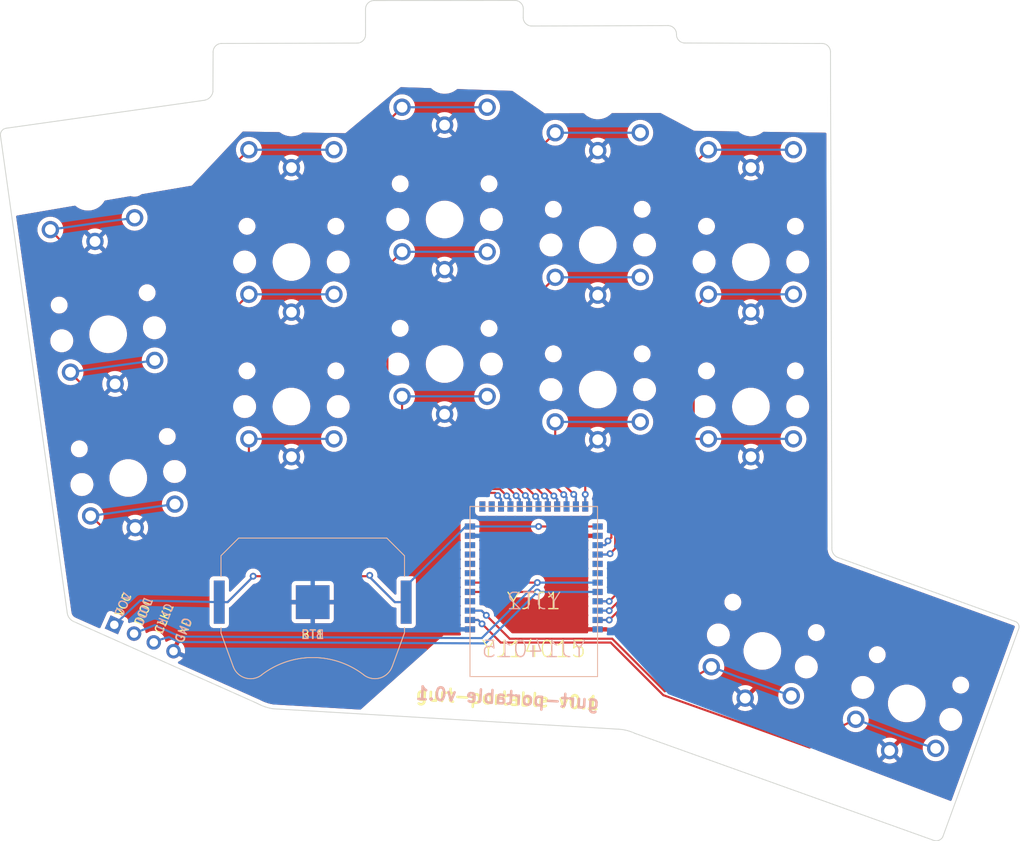
<source format=kicad_pcb>
(kicad_pcb (version 20211014) (generator pcbnew)
  (title_block (title "gurt-portable") (rev "v 0.1") (comment 4 "Author: CarlFabian"))
  (layers (0 "F.Cu" signal) (31 "B.Cu" signal) (34 "B.Paste" user) (35 "F.Paste" user) (36 "B.SilkS" user "B.Silkscreen") (37 "F.SilkS" user "F.Silkscreen") (38 "B.Mask" user) (39 "F.Mask" user) (44 "Edge.Cuts" user))
  (net 0 "")
  (net 1 "VCC")
  (net 2 "GND")
  (net 3 "DIOL")
  (net 4 "SW00L")
  (net 5 "SW10L")
  (net 6 "SW20L")
  (net 7 "SW01L")
  (net 8 "SW11L")
  (net 9 "SW21L")
  (net 10 "SW02L")
  (net 11 "SW12L")
  (net 12 "SW22L")
  (net 13 "SW03L")
  (net 14 "SW13L")
  (net 15 "SW23L")
  (net 16 "SW33L")
  (net 17 "SW04L")
  (net 18 "SW14L")
  (net 19 "SW24L")
  (net 20 "SW34L")
  (net 21 "CLKL")
  (footprint "gurt-portable:YJ-14015" (layer "F.Cu") (at 149.98192 110.25122 180)
    (fp_text reference "YJT1")
    (fp_text value "YJ14015")
  )
  (footprint "gurt-portable:Choc_PG1350_Choc_Spacing_Reversible" (layer "F.Cu") (at 99.955551 90 8)
    (fp_text reference "SW2" hide)
    (fp_text value "SW_PUSH" hide)
  )
  (footprint "gurt-portable:Choc_PG1350_Choc_Spacing_Reversible" (layer "F.Cu") (at 157.499999 79.5)
    (fp_text reference "SW11" hide)
    (fp_text value "SW_PUSH" hide)
  )
  (footprint "gurt-portable:BatteryHolder_Keystone_3034_1x20mm" (layer "F.Cu") (at 124 121.5)
    (fp_text reference "BT1")
    (fp_text value "Device_Battery_Cell")
  )
  (footprint "gurt-portable:Choc_PG1350_Choc_Spacing_Reversible" (layer "F.Cu") (at 139.500001 76.5)
    (fp_text reference "SW8" hide)
    (fp_text value "SW_PUSH" hide)
  )
  (footprint "gurt-portable:Choc_PG1350_Choc_Spacing_Reversible" (layer "F.Cu") (at 121.5 81.5)
    (fp_text reference "SW5" hide)
    (fp_text value "SW_PUSH" hide)
  )
  (footprint "gurt-portable:Choc_PG1350_Choc_Spacing_Reversible" (layer "F.Cu") (at 175.5 98.5)
    (fp_text reference "SW16" hide)
    (fp_text value "SW_PUSH" hide)
  )
  (footprint "gurt-portable:Choc_PG1350_Choc_Spacing_Reversible" (layer "F.Cu") (at 157.5 96.5)
    (fp_text reference "SW12" hide)
    (fp_text value "SW_PUSH" hide)
  )
  (footprint "gurt-portable:Choc_PG1350_Choc_Spacing_Reversible" (layer "F.Cu") (at 175.5 81.500001)
    (fp_text reference "SW15" hide)
    (fp_text value "SW_PUSH" hide)
  )
  (footprint "gurt-portable:Choc_PG1350_Choc_Spacing_Reversible" (layer "F.Cu") (at 193.816383 133.410744 -20)
    (fp_text reference "SW17" hide)
    (fp_text value "SW_PUSH" hide)
  )
  (footprint "gurt-portable:Choc_PG1350_Choc_Spacing_Reversible" (layer "F.Cu") (at 157.500001 62.5)
    (fp_text reference "SW10" hide)
    (fp_text value "SW_PUSH" hide)
  )
  (footprint "gurt-portable:Choc_PG1350_Choc_Spacing_Reversible" (layer "F.Cu") (at 139.5 59.5)
    (fp_text reference "SW7" hide)
    (fp_text value "SW_PUSH" hide)
  )
  (footprint "gurt-portable:Choc_PG1350_Choc_Spacing_Reversible" (layer "F.Cu") (at 102.321494 106.903369 8)
    (fp_text reference "SW3" hide)
    (fp_text value "SW_PUSH" hide)
  )
  (footprint "gurt-portable:Choc_PG1350_Choc_Spacing_Reversible" (layer "F.Cu") (at 121.500001 98.500001)
    (fp_text reference "SW6" hide)
    (fp_text value "SW_PUSH" hide)
  )
  (footprint "gurt-portable:Choc_PG1350_Choc_Spacing_Reversible" (layer "F.Cu") (at 175.499999 64.5)
    (fp_text reference "SW14" hide)
    (fp_text value "SW_PUSH" hide)
  )
  (footprint "gurt-portable:Choc_PG1350_Choc_Spacing_Reversible" (layer "F.Cu") (at 97.589608 73.234254 8)
    (fp_text reference "SW1" hide)
    (fp_text value "SW_PUSH" hide)
  )
  (footprint "gurt-portable:Choc_PG1350_Choc_Spacing_Reversible" (layer "F.Cu") (at 121.5 64.500001)
    (fp_text reference "SW4" hide)
    (fp_text value "SW_PUSH" hide)
  )
  (footprint "gurt-portable:Choc_PG1350_Choc_Spacing_Reversible" (layer "F.Cu") (at 139.5 93.5)
    (fp_text reference "SW9" hide)
    (fp_text value "SW_PUSH" hide)
  )
  (footprint "gurt-portable:Choc_PG1350_Choc_Spacing_Reversible" (layer "F.Cu") (at 176.843197 127.239917 -20)
    (fp_text reference "SW13" hide)
    (fp_text value "SW_PUSH" hide)
  )
  (footprint "gurt-portable:YJ-14015" (layer "B.Cu") (at 149.98192 110.25122)
    (fp_text reference "YJT2")
    (fp_text value "YJ14015")
  )
  (footprint "gurt-portable:BatteryHolder_Keystone_3034_1x20mm" (layer "B.Cu") (at 124 121.5 180)
    (fp_text reference "BT2")
    (fp_text value "Device_Battery_Cell")
  )
  (footprint "gurt-portable:PinHeader_1x04_P2.54mm_Horizontal" (layer "B.Cu") (at 100.679595 124.166889 -114)
    (fp_text reference "PROG1" hide)
    (fp_text value "Connector_Conn_01x04_Male")
  )
  (gr_line (start 197 149.52) (end 161.87 136.93) (layer "Edge.Cuts") (width 0.1))
  (gr_arc (start 167.75 55.75) (mid 167.042893 55.457107) (end 166.75 54.75) (layer "Edge.Cuts") (width 0.1))
  (gr_arc (start 95.89 123.77) (mid 95.393079 123.365506) (end 95.15 122.77) (layer "Edge.Cuts") (width 0.1))
  (gr_line (start 167.75 55.75) (end 183.85 55.8) (layer "Edge.Cuts") (width 0.1))
  (gr_arc (start 130.207107 51.757107) (mid 130.5 51.05) (end 131.207107 50.757107) (layer "Edge.Cuts") (width 0.1))
  (gr_line (start 87.97 65.77) (end 111.27 62.48) (layer "Edge.Cuts") (width 0.1))
  (gr_arc (start 159.94 136.44) (mid 160.929303 136.590798) (end 161.87 136.93) (layer "Edge.Cuts") (width 0.1))
  (gr_line (start 95.15 122.77) (end 87.31 66.68) (layer "Edge.Cuts") (width 0.1))
  (gr_line (start 117.49 133.41) (end 95.89 123.77) (layer "Edge.Cuts") (width 0.1))
  (gr_line (start 149.74 53.75) (end 165.75 53.7) (layer "Edge.Cuts") (width 0.1))
  (gr_line (start 131.207107 50.757107) (end 147.75 50.74) (layer "Edge.Cuts") (width 0.1))
  (gr_arc (start 206.487564 123.743336) (mid 206.951962 124.11948) (end 206.94 124.716229) (layer "Edge.Cuts") (width 0.1))
  (gr_line (start 130.21 54.76) (end 130.207107 51.757107) (layer "Edge.Cuts") (width 0.1))
  (gr_line (start 113.297107 55.797107) (end 129.21 55.76) (layer "Edge.Cuts") (width 0.1))
  (gr_arc (start 112.27 61.48) (mid 111.928717 62.138717) (end 111.27 62.48) (layer "Edge.Cuts") (width 0.1))
  (gr_arc (start 147.75 50.74) (mid 148.457107 51.032893) (end 148.75 51.74) (layer "Edge.Cuts") (width 0.1))
  (gr_arc (start 130.21 54.76) (mid 129.917107 55.467107) (end 129.21 55.76) (layer "Edge.Cuts") (width 0.1))
  (gr_line (start 206.94 124.716229) (end 198.04 149.12) (layer "Edge.Cuts") (width 0.1))
  (gr_arc (start 198.04 149.12) (mid 197.590409 149.503063) (end 197 149.52) (layer "Edge.Cuts") (width 0.1))
  (gr_line (start 185.753439 116.26) (end 206.487564 123.743336) (layer "Edge.Cuts") (width 0.1))
  (gr_arc (start 112.297107 56.797107) (mid 112.59 56.09) (end 113.297107 55.797107) (layer "Edge.Cuts") (width 0.1))
  (gr_line (start 112.27 61.48) (end 112.297107 56.797107) (layer "Edge.Cuts") (width 0.1))
  (gr_line (start 159.94 136.44) (end 119.344297 134.03625) (layer "Edge.Cuts") (width 0.1))
  (gr_arc (start 165.75 53.7) (mid 166.475 54.010714) (end 166.75 54.75) (layer "Edge.Cuts") (width 0.1))
  (gr_arc (start 185.753439 116.26) (mid 185.189688 115.80262) (end 185.013439 115.096802) (layer "Edge.Cuts") (width 0.1))
  (gr_line (start 184.85 56.8) (end 185.013439 115.096802) (layer "Edge.Cuts") (width 0.1))
  (gr_arc (start 149.74 53.75) (mid 149.032893 53.457107) (end 148.74 52.75) (layer "Edge.Cuts") (width 0.1))
  (gr_arc (start 183.85 55.8) (mid 184.557107 56.092893) (end 184.85 56.8) (layer "Edge.Cuts") (width 0.1))
  (gr_line (start 148.75 51.74) (end 148.74 52.75) (layer "Edge.Cuts") (width 0.1))
  (gr_arc (start 119.344297 134.03625) (mid 118.389634 133.803632) (end 117.49 133.41) (layer "Edge.Cuts") (width 0.1))
  (gr_arc (start 87.31 66.68) (mid 87.446287 66.087189) (end 87.97 65.77) (layer "Edge.Cuts") (width 0.1))
  (gr_text "gurt-portable v0.1" (at 146.9 132.75 -3) (layer "B.SilkS") (effects (font (size 1.5 1.5) (thickness 0.3)) (justify mirror)))
  (gr_text "DIOL" (at 104.15 122.6 68) (layer "B.SilkS") (effects (font (size 1 1)) (justify mirror)))
  (gr_text "GND" (at 108.8 124.8 68) (layer "B.SilkS") (effects (font (size 1 1)) (justify mirror)))
  (gr_text "VCC" (at 101.75 121.8 67) (layer "B.SilkS") (effects (font (size 1 1)) (justify mirror)))
  (gr_text "CLKL" (at 106.55 123.4 68) (layer "B.SilkS") (effects (font (size 1 1)) (justify mirror)))
  (gr_text "gurt-portable v0.1" (at 146.9 132.85 -3) (layer "F.SilkS") (effects (font (size 1.5 1.5) (thickness 0.3))))
  (gr_text "CLKL" (at 106.51254 123.492718 68) (layer "F.SilkS") (effects (font (size 1 1))))
  (gr_text "VCC" (at 101.75 121.8 67) (layer "F.SilkS") (effects (font (size 1 1))))
  (gr_text "DIOL" (at 104.131268 122.64636 68) (layer "F.SilkS") (effects (font (size 1 1))))
  (gr_text "GND" (at 108.84636 124.81873 68) (layer "F.SilkS") (effects (font (size 1 1))))
  (segment (start 130.7 118.35) (end 130.6 118.45) (width 0.25) (layer "F.Cu") (net 1))
  (segment (start 117 118.45) (end 117 118.5) (width 0.25) (layer "F.Cu") (net 1))
  (segment (start 130.6 118.45) (end 117 118.45) (width 0.25) (layer "F.Cu") (net 1))
  (segment (start 117 118.5) (end 114 121.5) (width 0.25) (layer "F.Cu") (net 1))
  (segment (start 130.7 118.55) (end 133.65 121.5) (width 0.25) (layer "F.Cu") (net 1))
  (segment (start 130.7 118.35) (end 130.7 118.55) (width 0.25) (layer "F.Cu") (net 1))
  (segment (start 157.48 112.60072) (end 150.45072 112.60072) (width 0.25) (layer "F.Cu") (net 1))
  (segment (start 114 121.5) (end 113.015 121.5) (width 0.25) (layer "F.Cu") (net 1))
  (segment (start 133.65 121.5) (end 134.985 121.5) (width 0.25) (layer "F.Cu") (net 1))
  (via (at 150.54928 112.60072) (size 0.8) (drill 0.4) (layers "F.Cu" "B.Cu") (net 1))
  (via (at 117 118.45) (size 0.8) (drill 0.4) (layers "F.Cu" "B.Cu") (net 1))
  (via (at 130.7 118.35) (size 0.8) (drill 0.4) (layers "F.Cu" "B.Cu") (net 1))
  (segment (start 117 118.45) (end 117 118.5) (width 0.25) (layer "B.Cu") (net 1))
  (segment (start 113.015 121.5) (end 114 121.5) (width 0.25) (layer "B.Cu") (net 1))
  (segment (start 141.97928 112.60072) (end 142.48384 112.60072) (width 0.25) (layer "B.Cu") (net 1))
  (segment (start 142.48384 112.60072) (end 150.54928 112.60072) (width 0.25) (layer "B.Cu") (net 1))
  (segment (start 133.65 121.5) (end 134.985 121.5) (width 0.25) (layer "B.Cu") (net 1))
  (segment (start 130.7 118.55) (end 133.65 121.5) (width 0.25) (layer "B.Cu") (net 1))
  (segment (start 113.015 121.5) (end 103.75 121.3) (width 0.25) (layer "B.Cu") (net 1))
  (segment (start 134.985 121.5) (end 134.985 119.595) (width 0.25) (layer "B.Cu") (net 1))
  (segment (start 134.985 119.595) (end 141.97928 112.60072) (width 0.25) (layer "B.Cu") (net 1))
  (segment (start 103.75 121.3) (end 100.679595 124.166889) (width 0.25) (layer "B.Cu") (net 1))
  (segment (start 117 118.5) (end 114 121.5) (width 0.25) (layer "B.Cu") (net 1))
  (segment (start 130.7 118.35) (end 130.7 118.55) (width 0.25) (layer "B.Cu") (net 1))
  (segment (start 142.48384 119.19964) (end 150.40036 119.19964) (width 0.25) (layer "F.Cu") (net 3))
  (via (at 150.40036 119.19964) (size 0.8) (drill 0.4) (layers "F.Cu" "B.Cu") (net 3))
  (segment (start 103.2914 125.0586) (end 103.1414 125.0586) (width 0.25) (layer "B.Cu") (net 3))
  (segment (start 157.48 119.19964) (end 150.40036 119.19964) (width 0.25) (layer "B.Cu") (net 3))
  (segment (start 143.86952 125.73048) (end 108.4 125.55) (width 0.25) (layer "B.Cu") (net 3))
  (segment (start 103.1414 125.0586) (end 103 125.2) (width 0.25) (layer "B.Cu") (net 3))
  (segment (start 150.40036 119.19964) (end 143.86952 125.73048) (width 0.25) (layer "B.Cu") (net 3))
  (segment (start 108.4 125.55) (end 105.45 124.2) (width 0.25) (layer "B.Cu") (net 3))
  (segment (start 105.45 124.2) (end 103.2914 125.0586) (width 0.25) (layer "B.Cu") (net 3))
  (segment (start 146.68216 107.75048) (end 114.95048 107.75048) (width 0.25) (layer "F.Cu") (net 4))
  (segment (start 114.95048 107.75048) (end 113.2 106) (width 0.25) (layer "F.Cu") (net 4))
  (segment (start 148.33346 109.40178) (end 147.91584 108.98416) (width 0.25) (layer "F.Cu") (net 4))
  (segment (start 107.6 80.4) (end 97 81.8) (width 0.25) (layer "F.Cu") (net 4))
  (segment (start 113 84.6) (end 107.6 80.4) (width 0.25) (layer "F.Cu") (net 4))
  (segment (start 113.2 106) (end 113 84.6) (width 0.25) (layer "F.Cu") (net 4))
  (segment (start 148.33346 110.25122) (end 148.33346 109.40178) (width 0.25) (layer "F.Cu") (net 4))
  (segment (start 97 81.8) (end 93.167125 77.693138) (width 0.25) (layer "F.Cu") (net 4))
  (segment (start 147.91584 108.98416) (end 146.68216 107.75048) (width 0.25) (layer "F.Cu") (net 4))
  (via (at 147.91584 108.98416) (size 0.8) (drill 0.4) (layers "F.Cu" "B.Cu") (net 4))
  (segment (start 103.069806 76.301407) (end 99.05 76.85) (width 0.25) (layer "B.Cu") (net 4))
  (segment (start 99.05 76.85) (end 93.167125 77.693138) (width 0.25) (layer "B.Cu") (net 4))
  (segment (start 148.33346 110.25122) (end 148.33346 109.40178) (width 0.25) (layer "B.Cu") (net 4))
  (segment (start 148.33346 109.40178) (end 147.91584 108.98416) (width 0.25) (layer "B.Cu") (net 4))
  (segment (start 146 108.2) (end 114.6 108.2) (width 0.25) (layer "F.Cu") (net 5))
  (segment (start 99.555372 98.55) (end 95.533068 94.527696) (width 0.25) (layer "F.Cu") (net 5))
  (segment (start 147.23364 109.43364) (end 146.8 109) (width 0.25) (layer "F.Cu") (net 5))
  (segment (start 146.8 109) (end 146 108.2) (width 0.25) (layer "F.Cu") (net 5))
  (segment (start 112.6 106.2) (end 112.6 99.6) (width 0.25) (layer "F.Cu") (net 5))
  (segment (start 147.23364 110.25122) (end 147.23364 109.43364) (width 0.25) (layer "F.Cu") (net 5))
  (segment (start 114.6 108.2) (end 112.6 106.2) (width 0.25) (layer "F.Cu") (net 5))
  (segment (start 112.6 99.6) (end 110 97.2) (width 0.25) (layer "F.Cu") (net 5))
  (segment (start 110 97.2) (end 99.555372 98.55) (width 0.25) (layer "F.Cu") (net 5))
  (via (at 146.8 109) (size 0.8) (drill 0.4) (layers "F.Cu" "B.Cu") (net 5))
  (segment (start 147.23364 110.25122) (end 147.23364 109.43364) (width 0.25) (layer "B.Cu") (net 5))
  (segment (start 105.435749 93.067153) (end 100.5 93.75) (width 0.25) (layer "B.Cu") (net 5))
  (segment (start 100.5 93.75) (end 95.533068 94.458884) (width 0.25) (layer "B.Cu") (net 5))
  (segment (start 147.23364 109.43364) (end 146.8 109) (width 0.25) (layer "B.Cu") (net 5))
  (segment (start 102.2 115.4) (end 97.899011 111.362253) (width 0.25) (layer "F.Cu") (net 6))
  (segment (start 145.735818 108.960416) (end 145.424922 108.64952) (width 0.25) (layer "F.Cu") (net 6))
  (segment (start 112.4 114) (end 102.2 115.4) (width 0.25) (layer "F.Cu") (net 6))
  (segment (start 145.424922 108.64952) (end 114.413803 108.64952) (width 0.25) (layer "F.Cu") (net 6))
  (segment (start 145.735818 109.003778) (end 146.13382 109.40178) (width 0.25) (layer "F.Cu") (net 6))
  (segment (start 146.13382 109.40178) (end 146.13382 110.25122) (width 0.25) (layer "F.Cu") (net 6))
  (segment (start 114.413803 108.64952) (end 113.6 110.8) (width 0.25) (layer "F.Cu") (net 6))
  (segment (start 113.6 110.8) (end 112.4 114) (width 0.25) (layer "F.Cu") (net 6))
  (segment (start 145.735818 108.960416) (end 145.735818 109.003778) (width 0.25) (layer "F.Cu") (net 6))
  (via (at 145.735818 108.960416) (size 0.8) (drill 0.4) (layers "F.Cu" "B.Cu") (net 6))
  (segment (start 146.13382 110.25122) (end 146.13382 109.358418) (width 0.25) (layer "B.Cu") (net 6))
  (segment (start 102.9 110.65) (end 97.899011 111.362253) (width 0.25) (layer "B.Cu") (net 6))
  (segment (start 146.13382 109.358418) (end 145.735818 108.960416) (width 0.25) (layer "B.Cu") (net 6))
  (segment (start 107.801692 109.970522) (end 102.9 110.65) (width 0.25) (layer "B.Cu") (net 6))
  (segment (start 115.35096 107.30096) (end 113.8 105.75) (width 0.25) (layer "F.Cu") (net 7))
  (segment (start 149.43328 109.40178) (end 148.99075 108.95925) (width 0.25) (layer "F.Cu") (net 7))
  (segment (start 148.99075 108.95925) (end 147.33246 107.30096) (width 0.25) (layer "F.Cu") (net 7))
  (segment (start 147.33246 107.30096) (end 115.35096 107.30096) (width 0.25) (layer "F.Cu") (net 7))
  (segment (start 113.8 105.75) (end 113.8 71.000001) (width 0.25) (layer "F.Cu") (net 7))
  (segment (start 113.8 71.000001) (end 116.5 68.300001) (width 0.25) (layer "F.Cu") (net 7))
  (segment (start 149.43328 110.25122) (end 149.43328 109.40178) (width 0.25) (layer "F.Cu") (net 7))
  (via (at 148.99075 108.95925) (size 0.8) (drill 0.4) (layers "F.Cu" "B.Cu") (net 7))
  (segment (start 116.5 68.300001) (end 126.5 68.300001) (width 0.25) (layer "B.Cu") (net 7))
  (segment (start 149.43328 109.40178) (end 148.99075 108.95925) (width 0.25) (layer "B.Cu") (net 7))
  (segment (start 149.43328 110.25122) (end 149.43328 109.40178) (width 0.25) (layer "B.Cu") (net 7))
  (segment (start 150.53056 109.40178) (end 150.18939 109.06061) (width 0.25) (layer "F.Cu") (net 8))
  (segment (start 114.35 87.45) (end 116.5 85.3) (width 0.25) (layer "F.Cu") (net 8))
  (segment (start 150.18939 109.06061) (end 147.98022 106.85144) (width 0.25) (layer "F.Cu") (net 8))
  (segment (start 147.98022 106.85144) (end 115.80144 106.85144) (width 0.25) (layer "F.Cu") (net 8))
  (segment (start 114.35 105.4) (end 114.35 87.45) (width 0.25) (layer "F.Cu") (net 8))
  (segment (start 115.80144 106.85144) (end 114.35 105.4) (width 0.25) (layer "F.Cu") (net 8))
  (segment (start 150.53056 110.25122) (end 150.53056 109.40178) (width 0.25) (layer "F.Cu") (net 8))
  (via (at 150.18939 109.06061) (size 0.8) (drill 0.4) (layers "F.Cu" "B.Cu") (net 8))
  (segment (start 150.53056 110.25122) (end 150.53056 109.40178) (width 0.25) (layer "B.Cu") (net 8))
  (segment (start 150.53056 109.40178) (end 150.18939 109.06061) (width 0.25) (layer "B.Cu") (net 8))
  (segment (start 116.5 85.3) (end 126.5 85.3) (width 0.25) (layer "B.Cu") (net 8))
  (segment (start 148.6286 106.4) (end 117.8 106.4) (width 0.25) (layer "F.Cu") (net 9))
  (segment (start 116.500001 105.100001) (end 116.500001 102.300001) (width 0.25) (layer "F.Cu") (net 9))
  (segment (start 151.63038 110.25122) (end 151.63038 109.40178) (width 0.25) (layer "F.Cu") (net 9))
  (segment (start 117.8 106.4) (end 116.500001 105.100001) (width 0.25) (layer "F.Cu") (net 9))
  (segment (start 151.2393 109.0107) (end 148.6286 106.4) (width 0.25) (layer "F.Cu") (net 9))
  (segment (start 151.63038 109.40178) (end 151.2393 109.0107) (width 0.25) (layer "F.Cu") (net 9))
  (via (at 151.2393 109.0107) (size 0.8) (drill 0.4) (layers "F.Cu" "B.Cu") (net 9))
  (segment (start 151.63038 109.40178) (end 151.2393 109.0107) (width 0.25) (layer "B.Cu") (net 9))
  (segment (start 151.63038 110.25122) (end 151.63038 109.40178) (width 0.25) (layer "B.Cu") (net 9))
  (segment (start 126.500001 102.300001) (end 116.500001 102.300001) (width 0.25) (layer "B.Cu") (net 9))
  (segment (start 135.279044 105.95048) (end 132.2 102.871436) (width 0.25) (layer "F.Cu") (net 10))
  (segment (start 152.33921 109.01079) (end 149.2789 105.95048) (width 0.25) (layer "F.Cu") (net 10))
  (segment (start 132.2 65.6) (end 134.5 63.3) (width 0.25) (layer "F.Cu") (net 10))
  (segment (start 152.7302 110.25122) (end 152.7302 109.40178) (width 0.25) (layer "F.Cu") (net 10))
  (segment (start 152.7302 109.40178) (end 152.33921 109.01079) (width 0.25) (layer "F.Cu") (net 10))
  (segment (start 149.2789 105.95048) (end 135.279044 105.95048) (width 0.25) (layer "F.Cu") (net 10))
  (segment (start 132.2 102.871436) (end 132.2 65.6) (width 0.25) (layer "F.Cu") (net 10))
  (via (at 152.33921 109.01079) (size 0.8) (drill 0.4) (layers "F.Cu" "B.Cu") (net 10))
  (segment (start 134.5 63.3) (end 144.5 63.3) (width 0.25) (layer "B.Cu") (net 10))
  (segment (start 152.7302 109.40178) (end 152.33921 109.01079) (width 0.25) (layer "B.Cu") (net 10))
  (segment (start 152.7302 110.25122) (end 152.7302 109.40178) (width 0.25) (layer "B.Cu") (net 10))
  (segment (start 135.465242 105.50096) (end 132.774579 102.810297) (width 0.25) (layer "F.Cu") (net 11))
  (segment (start 132.774579 102.810297) (end 132.774579 82.025422) (width 0.25) (layer "F.Cu") (net 11))
  (segment (start 132.774579 82.025422) (end 134.500001 80.3) (width 0.25) (layer "F.Cu") (net 11))
  (segment (start 153.5 108.85) (end 150.15096 105.50096) (width 0.25) (layer "F.Cu") (net 11))
  (segment (start 150.15096 105.50096) (end 135.465242 105.50096) (width 0.25) (layer "F.Cu") (net 11))
  (segment (start 153.83002 110.25122) (end 153.83002 109.18002) (width 0.25) (layer "F.Cu") (net 11))
  (segment (start 153.83002 109.18002) (end 153.5 108.85) (width 0.25) (layer "F.Cu") (net 11))
  (via (at 153.5 108.85) (size 0.8) (drill 0.4) (layers "F.Cu" "B.Cu") (net 11))
  (segment (start 134.500001 80.3) (end 144.500001 80.3) (width 0.25) (layer "B.Cu") (net 11))
  (segment (start 153.83002 109.18002) (end 153.5 108.85) (width 0.25) (layer "B.Cu") (net 11))
  (segment (start 153.83002 110.25122) (end 153.83002 109.18002) (width 0.25) (layer "B.Cu") (net 11))
  (segment (start 154.92984 109.07984) (end 154.675 108.825) (width 0.25) (layer "F.Cu") (net 12))
  (segment (start 154.675 108.825) (end 150.85 105) (width 0.25) (layer "F.Cu") (net 12))
  (segment (start 135.6 105) (end 134.5 103.9) (width 0.25) (layer "F.Cu") (net 12))
  (segment (start 150.85 105) (end 135.6 105) (width 0.25) (layer "F.Cu") (net 12))
  (segment (start 154.92984 110.25122) (end 154.92984 109.07984) (width 0.25) (layer "F.Cu") (net 12))
  (segment (start 134.5 103.9) (end 134.5 97.3) (width 0.25) (layer "F.Cu") (net 12))
  (via (at 154.675 108.825) (size 0.8) (drill 0.4) (layers "F.Cu" "B.Cu") (net 12))
  (segment (start 154.92984 110.25122) (end 154.92984 109.07984) (width 0.25) (layer "B.Cu") (net 12))
  (segment (start 154.92984 109.07984) (end 154.675 108.825) (width 0.25) (layer "B.Cu") (net 12))
  (segment (start 144.5 97.3) (end 134.5 97.3) (width 0.25) (layer "B.Cu") (net 12))
  (segment (start 156.02966 107.265378) (end 148.8 100.035718) (width 0.25) (layer "F.Cu") (net 13))
  (segment (start 156.02966 110.25122) (end 156.02966 108.82966) (width 0.25) (layer "F.Cu") (net 13))
  (segment (start 148.8 100.035718) (end 148.8 70.000001) (width 0.25) (layer "F.Cu") (net 13))
  (segment (start 148.8 70.000001) (end 152.500001 66.3) (width 0.25) (layer "F.Cu") (net 13))
  (segment (start 156.02966 108.82966) (end 156.02966 107.265378) (width 0.25) (layer "F.Cu") (net 13))
  (via (at 156.02966 108.82966) (size 0.8) (drill 0.4) (layers "F.Cu" "B.Cu") (net 13))
  (segment (start 156.02966 110.25122) (end 156.02966 108.82966) (width 0.25) (layer "B.Cu") (net 13))
  (segment (start 152.500001 66.3) (end 162.500001 66.3) (width 0.25) (layer "B.Cu") (net 13))
  (segment (start 150.4 85.399999) (end 152.499999 83.3) (width 0.25) (layer "F.Cu") (net 14))
  (segment (start 157.48 114.80036) (end 158.32944 114.80036) (width 0.25) (layer "F.Cu") (net 14))
  (segment (start 150.4 85.8) (end 150.4 85.399999) (width 0.25) (layer "F.Cu") (net 14))
  (segment (start 158.7 114.4298) (end 158.7 114.3) (width 0.25) (layer "F.Cu") (net 14))
  (segment (start 158.7 114.3) (end 159.10048 113.89952) (width 0.25) (layer "F.Cu") (net 14))
  (segment (start 159.10048 109.70048) (end 150.75 101.35) (width 0.25) (layer "F.Cu") (net 14))
  (segment (start 150.4 100.2) (end 150.4 85.799999) (width 0.25) (layer "F.Cu") (net 14))
  (segment (start 159.10048 113.89952) (end 159.10048 109.70048) (width 0.25) (layer "F.Cu") (net 14))
  (segment (start 150.375421 100.975421) (end 150.375421 100.224579) (width 0.25) (layer "F.Cu") (net 14))
  (segment (start 158.32944 114.80036) (end 158.7 114.4298) (width 0.25) (layer "F.Cu") (net 14))
  (segment (start 150.8 101.4) (end 150.375421 100.975421) (width 0.25) (layer "F.Cu") (net 14))
  (via (at 158.7 114.3) (size 0.8) (drill 0.4) (layers "F.Cu" "B.Cu") (net 14))
  (segment (start 157.48 114.80036) (end 158.34964 114.80036) (width 0.25) (layer "B.Cu") (net 14))
  (segment (start 152.499999 83.3) (end 162.499999 83.3) (width 0.25) (layer "B.Cu") (net 14))
  (segment (start 158.7 114.45) (end 158.7 114.3) (width 0.25) (layer "B.Cu") (net 14))
  (segment (start 158.34964 114.80036) (end 158.7 114.45) (width 0.25) (layer "B.Cu") (net 14))
  (segment (start 157.48 115.90018) (end 158.84982 115.90018) (width 0.25) (layer "F.Cu") (net 15))
  (segment (start 159.55 115.2) (end 159.55 109.4) (width 0.25) (layer "F.Cu") (net 15))
  (segment (start 152.5 102.35) (end 152.5 100.3) (width 0.25) (layer "F.Cu") (net 15))
  (segment (start 158.95 115.8) (end 159.55 115.2) (width 0.25) (layer "F.Cu") (net 15))
  (segment (start 158.84982 115.90018) (end 158.95 115.8) (width 0.25) (layer "F.Cu") (net 15))
  (segment (start 159.55 109.4) (end 152.5 102.35) (width 0.25) (layer "F.Cu") (net 15))
  (via (at 158.95 115.8) (size 0.8) (drill 0.4) (layers "F.Cu" "B.Cu") (net 15))
  (segment (start 152.5 100.3) (end 162.5 100.3) (width 0.25) (layer "B.Cu") (net 15))
  (segment (start 158.84982 115.90018) (end 158.95 115.8) (width 0.25) (layer "B.Cu") (net 15))
  (segment (start 157.48 115.90018) (end 158.84982 115.90018) (width 0.25) (layer "B.Cu") (net 15))
  (segment (start 169 130.2) (end 165.37375 131.97375) (width 0.25) (layer "F.Cu") (net 16))
  (segment (start 170.845057 129.100648) (end 170.745705 129.2) (width 0.25) (layer "F.Cu") (net 16))
  (segment (start 147.15 125.8) (end 144.4 123.05) (width 0.25) (layer "F.Cu") (net 16))
  (segment (start 144.4 123.05) (end 143.8491 122.4991) (width 0.25) (layer "F.Cu") (net 16))
  (segment (start 143.8491 122.4991) (end 142.48384 122.4991) (width 0.25) (layer "F.Cu") (net 16))
  (segment (start 159.2 125.8) (end 147.15 125.8) (width 0.25) (layer "F.Cu") (net 16))
  (segment (start 170.745705 129.2) (end 169 130.2) (width 0.25) (layer "F.Cu") (net 16))
  (segment (start 165.37375 131.97375) (end 159.2 125.8) (width 0.25) (layer "F.Cu") (net 16))
  (via (at 144.4 123.05) (size 0.8) (drill 0.4) (layers "F.Cu" "B.Cu") (net 16))
  (segment (start 180.241984 132.52085) (end 175.35 130.75) (width 0.25) (layer "B.Cu") (net 16))
  (segment (start 143.8491 122.4991) (end 144.4 123.05) (width 0.25) (layer "B.Cu") (net 16))
  (segment (start 142.48384 122.4991) (end 143.8491 122.4991) (width 0.25) (layer "B.Cu") (net 16))
  (segment (start 175.35 130.75) (end 174.1 130.35) (width 0.25) (layer "B.Cu") (net 16))
  (segment (start 174.1 130.35) (end 170.845057 129.100648) (width 0.25) (layer "B.Cu") (net 16))
  (segment (start 168.325059 101.074941) (end 168.325059 70.47494) (width 0.25) (layer "F.Cu") (net 17))
  (segment (start 158.85072 121.39928) (end 159.99952 120.25048) (width 0.25) (layer "F.Cu") (net 17))
  (segment (start 157.48 121.39928) (end 158.85072 121.39928) (width 0.25) (layer "F.Cu") (net 17))
  (segment (start 168.325059 70.47494) (end 170.499999 68.3) (width 0.25) (layer "F.Cu") (net 17))
  (segment (start 159.99952 120.25048) (end 159.99952 109.40048) (width 0.25) (layer "F.Cu") (net 17))
  (segment (start 159.99952 109.40048) (end 168.325059 101.074941) (width 0.25) (layer "F.Cu") (net 17))
  (via (at 158.85072 121.39928) (size 0.8) (drill 0.4) (layers "F.Cu" "B.Cu") (net 17))
  (segment (start 157.48 121.39928) (end 158.85072 121.39928) (width 0.25) (layer "B.Cu") (net 17))
  (segment (start 170.499999 68.3) (end 180.499999 68.3) (width 0.25) (layer "B.Cu") (net 17))
  (segment (start 168.774579 101.261139) (end 168.774579 87.025422) (width 0.25) (layer "F.Cu") (net 18))
  (segment (start 160.44904 109.586678) (end 168.774579 101.261139) (width 0.25) (layer "F.Cu") (net 18))
  (segment (start 158.8509 122.4991) (end 160.44904 120.90096) (width 0.25) (layer "F.Cu") (net 18))
  (segment (start 157.48 122.4991) (end 158.8509 122.4991) (width 0.25) (layer "F.Cu") (net 18))
  (segment (start 160.44904 120.90096) (end 160.44904 109.586678) (width 0.25) (layer "F.Cu") (net 18))
  (segment (start 168.774579 87.025422) (end 170.5 85.300001) (width 0.25) (layer "F.Cu") (net 18))
  (via (at 158.8509 122.4991) (size 0.8) (drill 0.4) (layers "F.Cu" "B.Cu") (net 18))
  (segment (start 170.5 85.300001) (end 180.5 85.300001) (width 0.25) (layer "B.Cu") (net 18))
  (segment (start 157.48 122.4991) (end 158.8509 122.4991) (width 0.25) (layer "B.Cu") (net 18))
  (segment (start 157.48 123.59892) (end 158.85108 123.59892) (width 0.25) (layer "F.Cu") (net 19))
  (segment (start 158.85108 123.59892) (end 160.89856 121.55144) (width 0.25) (layer "F.Cu") (net 19))
  (segment (start 160.89856 109.772876) (end 168.371436 102.3) (width 0.25) (layer "F.Cu") (net 19))
  (segment (start 160.89856 121.55144) (end 160.89856 109.772876) (width 0.25) (layer "F.Cu") (net 19))
  (segment (start 168.371436 102.3) (end 170.5 102.3) (width 0.25) (layer "F.Cu") (net 19))
  (via (at 158.85108 123.59892) (size 0.8) (drill 0.4) (layers "F.Cu" "B.Cu") (net 19))
  (segment (start 170.5 102.3) (end 180.5 102.3) (width 0.25) (layer "B.Cu") (net 19))
  (segment (start 157.48 123.59892) (end 158.85108 123.59892) (width 0.25) (layer "B.Cu") (net 19))
  (segment (start 175.2 136) (end 165.2 132.435718) (width 0.25) (layer "F.Cu") (net 20))
  (segment (start 186.45 135.95) (end 182.4 138.6) (width 0.25) (layer "F.Cu") (net 20))
  (segment (start 187.818243 135.271475) (end 186.45 135.95) (width 0.25) (layer "F.Cu") (net 20))
  (segment (start 182.4 138.6) (end 175.2 136) (width 0.25) (layer "F.Cu") (net 20))
  (segment (start 146.096434 126.24952) (end 143.898457 124.051543) (width 0.25) (layer "F.Cu") (net 20))
  (segment (start 165.2 132.435718) (end 159.013802 126.24952) (width 0.25) (layer "F.Cu") (net 20))
  (segment (start 143.445834 123.59892) (end 142.48384 123.59892) (width 0.25) (layer "F.Cu") (net 20))
  (segment (start 143.898457 124.051543) (end 143.445834 123.59892) (width 0.25) (layer "F.Cu") (net 20))
  (segment (start 159.013802 126.24952) (end 146.096434 126.24952) (width 0.25) (layer "F.Cu") (net 20))
  (via (at 143.898457 124.051543) (size 0.8) (drill 0.4) (layers "F.Cu" "B.Cu") (net 20))
  (segment (start 195.8 138.25) (end 193.45 137.4) (width 0.25) (layer "B.Cu") (net 20))
  (segment (start 197.21517 138.691677) (end 195.8 138.25) (width 0.25) (layer "B.Cu") (net 20))
  (segment (start 193.45 137.4) (end 187.818243 135.271475) (width 0.25) (layer "B.Cu") (net 20))
  (segment (start 142.48384 123.59892) (end 143.445834 123.59892) (width 0.25) (layer "B.Cu") (net 20))
  (segment (start 143.445834 123.59892) (end 143.898457 124.051543) (width 0.25) (layer "B.Cu") (net 20))
  (segment (start 150.39946 120.29946) (end 150.4 120.3) (width 0.25) (layer "F.Cu") (net 21))
  (segment (start 142.48384 120.29946) (end 150.39946 120.29946) (width 0.25) (layer "F.Cu") (net 21))
  (via (at 150.4 120.3) (size 0.8) (drill 0.4) (layers "F.Cu" "B.Cu") (net 21))
  (segment (start 150.4 120.3) (end 144.3 126.35) (width 0.25) (layer "B.Cu") (net 21))
  (segment (start 144.3 126.35) (end 108.215599 126.18) (width 0.25) (layer "B.Cu") (net 21))
  (segment (start 105.461806 126.091711) (end 105.320406 126.233111) (width 0.25) (layer "B.Cu") (net 21))
  (segment (start 157.48 120.29946) (end 150.40054 120.29946) (width 0.25) (layer "B.Cu") (net 21))
  (segment (start 107.1 125.6) (end 105.461806 126.091711) (width 0.25) (layer "B.Cu") (net 21))
  (segment (start 108.215599 126.18) (end 107.1 125.6) (width 0.25) (layer "B.Cu") (net 21))
  (zone (net 2) (net_name "GND") (layers F&B.Cu) (connect_pads (clearance 0.508)) (min_thickness 0.254) (fill yes (thermal_gap 0.508) (thermal_bridge_width 0.508))
    (polygon (pts (xy 147.47 61.38) (xy 151.25 64.02) (xy 164.88 63.98) (xy 168.81 66.07) (xy 184.4 66.3) (xy 186.1 115.75) (xy 207.6 123.85) (xy 200.35 145.4) (xy 165.79 132.32) (xy 159.5 125.5) (xy 159.5 125.4) (xy 139.36 125.42) (xy 128.127079 135.477832) (xy 118.397079 135.447832) (xy 94.75 124.15) (xy 87.75 76.3) (xy 109.8 72.52) (xy 115.78 66.16) (xy 127.84 66.36) (xy 134.33 60.94)))
  )
)
</source>
